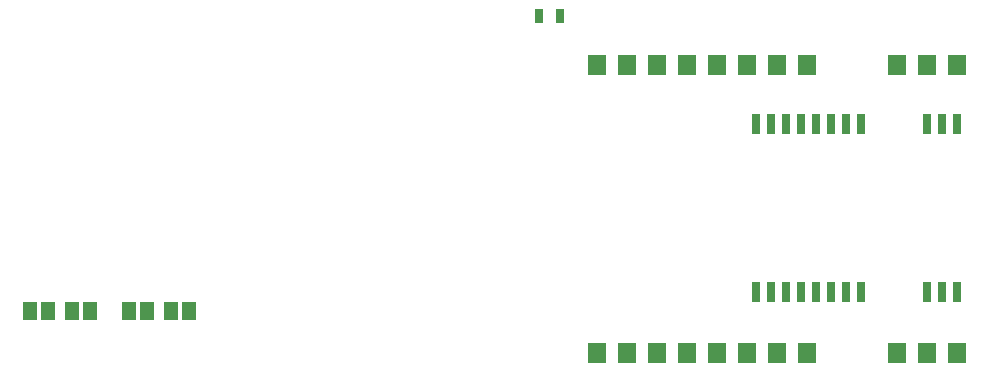
<source format=gbr>
G04 EAGLE Gerber RS-274X export*
G75*
%MOMM*%
%FSLAX34Y34*%
%LPD*%
%INSolderpaste Top*%
%IPPOS*%
%AMOC8*
5,1,8,0,0,1.08239X$1,22.5*%
G01*
%ADD10R,1.500000X1.800000*%
%ADD11R,0.780000X1.800000*%
%ADD12R,0.800000X1.200000*%
%ADD13R,1.168400X1.600200*%


D10*
X923290Y311150D03*
X897890Y311150D03*
X872490Y311150D03*
X796290Y311150D03*
X770890Y311150D03*
X745490Y311150D03*
X720090Y311150D03*
X694690Y311150D03*
X669290Y311150D03*
X643890Y311150D03*
X618490Y311150D03*
X618490Y67310D03*
X643890Y67310D03*
X669290Y67310D03*
X694690Y67310D03*
X720090Y67310D03*
X745490Y67310D03*
X770890Y67310D03*
X796290Y67310D03*
X872490Y67310D03*
X897890Y67310D03*
X923290Y67310D03*
D11*
X923290Y261620D03*
X910590Y261620D03*
X897890Y261620D03*
X842010Y261620D03*
X829310Y261620D03*
X816610Y261620D03*
X803910Y261620D03*
X791210Y261620D03*
X778510Y261620D03*
X765810Y261620D03*
X753110Y261620D03*
X753110Y119380D03*
X765810Y119380D03*
X778510Y119380D03*
X791210Y119380D03*
X803910Y119380D03*
X816610Y119380D03*
X829310Y119380D03*
X842010Y119380D03*
X897890Y119380D03*
X910590Y119380D03*
X923290Y119380D03*
D12*
X586850Y353060D03*
X568850Y353060D03*
D13*
X138430Y102870D03*
X153670Y102870D03*
X222250Y102870D03*
X237490Y102870D03*
X257810Y102870D03*
X273050Y102870D03*
X173990Y102870D03*
X189230Y102870D03*
M02*

</source>
